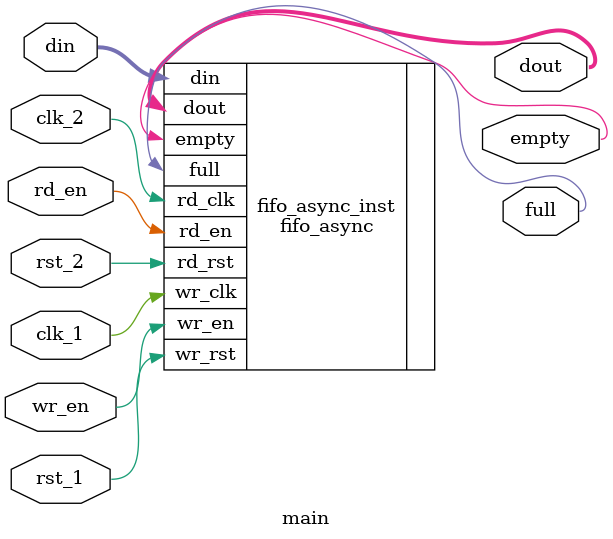
<source format=v>
module main (

	input				clk_1,
	input				clk_2,
	
	input				rst_1,
	input				rst_2,

	input				wr_en,
	input				rd_en,
	
	input [7:0]		din,
	output [7:0]	dout,
	
	output			full,
	output			empty
	
);
/*
	fifo_sync #(
		.DATA_WIDTH(8),
		.MEM_DEPTH(16)
	) fifo_sync_inst (
		.clk(clk_1),
		.rst(rst_1),
		.wr_en(wr_en),
		.rd_en(rd_en),
		.din(din),
		.dout(dout),
		.full(full),
		.empty(empty)
	);
*/

	fifo_async #(
		.DATA_WIDTH(8),
		.MEM_DEPTH(16)
	) fifo_async_inst (
		.wr_clk(clk_1),
		.wr_rst(rst_1),
		.wr_en(wr_en),
		.din(din),
		.full(full),

		.rd_clk(clk_2),
		.rd_rst(rst_2),
		.rd_en(rd_en),
		.dout(dout),
		.empty(empty)
	);
	
	
endmodule

</source>
